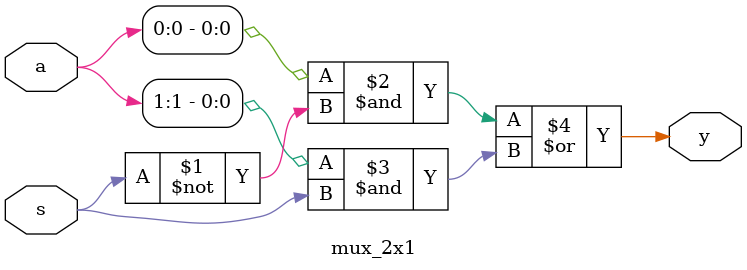
<source format=v>
module mux_2x1(
input [1:0] a,
input s,
output y
);
assign y=(a[0]&(~s)) | (a[1]&s);
endmodule

</source>
